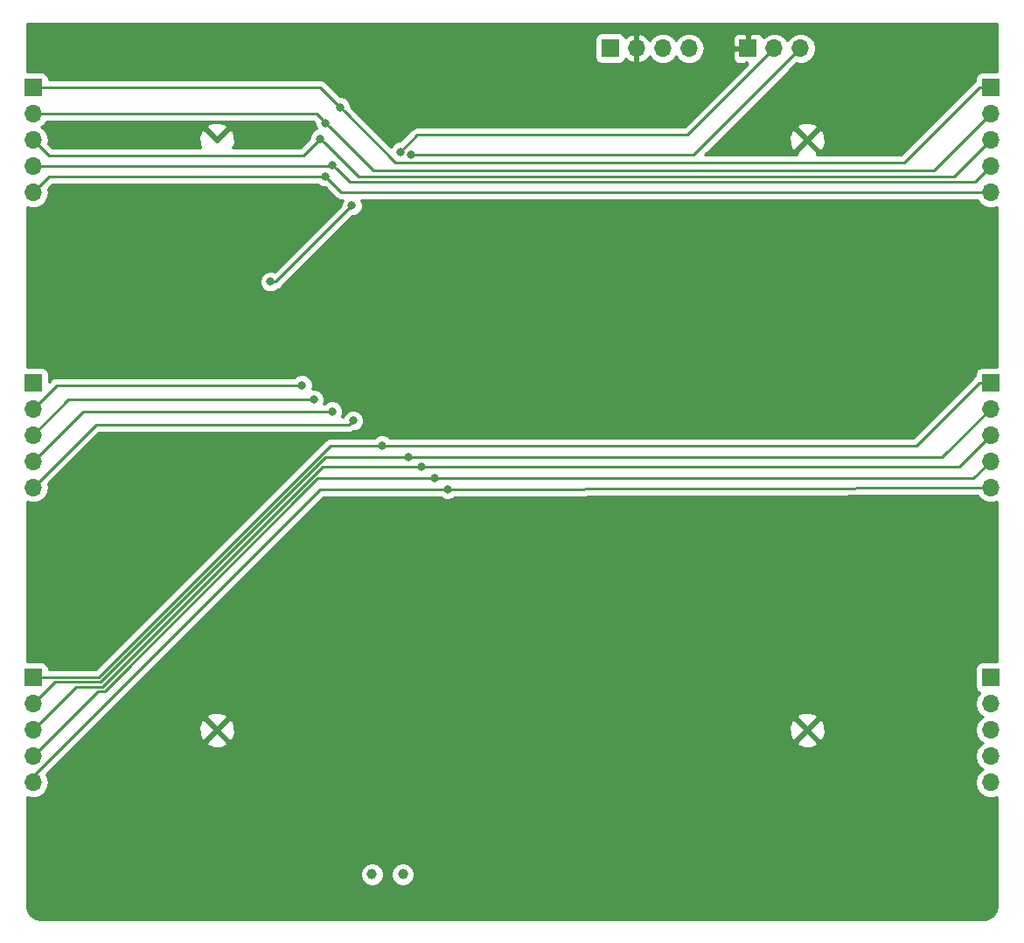
<source format=gbr>
G04 #@! TF.GenerationSoftware,KiCad,Pcbnew,(5.0.0)*
G04 #@! TF.CreationDate,2018-10-27T22:57:51-06:00*
G04 #@! TF.ProjectId,5x5_backpack,3578355F6261636B7061636B2E6B6963,rev?*
G04 #@! TF.SameCoordinates,Original*
G04 #@! TF.FileFunction,Copper,L2,Bot,Signal*
G04 #@! TF.FilePolarity,Positive*
%FSLAX46Y46*%
G04 Gerber Fmt 4.6, Leading zero omitted, Abs format (unit mm)*
G04 Created by KiCad (PCBNEW (5.0.0)) date 10/27/18 22:57:51*
%MOMM*%
%LPD*%
G01*
G04 APERTURE LIST*
G04 #@! TA.AperFunction,ComponentPad*
%ADD10R,1.700000X1.700000*%
G04 #@! TD*
G04 #@! TA.AperFunction,ComponentPad*
%ADD11O,1.700000X1.700000*%
G04 #@! TD*
G04 #@! TA.AperFunction,WasherPad*
%ADD12C,1.000000*%
G04 #@! TD*
G04 #@! TA.AperFunction,ViaPad*
%ADD13C,0.800000*%
G04 #@! TD*
G04 #@! TA.AperFunction,Conductor*
%ADD14C,0.250000*%
G04 #@! TD*
G04 #@! TA.AperFunction,Conductor*
%ADD15C,0.254000*%
G04 #@! TD*
G04 APERTURE END LIST*
D10*
G04 #@! TO.P,J6,1*
G04 #@! TO.N,COL6*
X170180000Y-99695000D03*
D11*
G04 #@! TO.P,J6,2*
G04 #@! TO.N,COL7*
X170180000Y-102235000D03*
G04 #@! TO.P,J6,3*
G04 #@! TO.N,COL8*
X170180000Y-104775000D03*
G04 #@! TO.P,J6,4*
G04 #@! TO.N,COL9*
X170180000Y-107315000D03*
G04 #@! TO.P,J6,5*
G04 #@! TO.N,COL10*
X170180000Y-109855000D03*
G04 #@! TD*
D10*
G04 #@! TO.P,J9,1*
G04 #@! TO.N,VCC*
X133350000Y-67310000D03*
D11*
G04 #@! TO.P,J9,2*
G04 #@! TO.N,GND*
X135890000Y-67310000D03*
G04 #@! TO.P,J9,3*
G04 #@! TO.N,SWDCLK*
X138430000Y-67310000D03*
G04 #@! TO.P,J9,4*
G04 #@! TO.N,SWDIO*
X140970000Y-67310000D03*
G04 #@! TD*
D10*
G04 #@! TO.P,J10,1*
G04 #@! TO.N,GND*
X146685000Y-67310000D03*
D11*
G04 #@! TO.P,J10,2*
G04 #@! TO.N,TXD*
X149225000Y-67310000D03*
G04 #@! TO.P,J10,3*
G04 #@! TO.N,RXD*
X151765000Y-67310000D03*
G04 #@! TD*
D12*
G04 #@! TO.P,SW1,*
G04 #@! TO.N,*
X110260000Y-147320000D03*
X113260000Y-147320000D03*
G04 #@! TD*
D11*
G04 #@! TO.P,J1,5*
G04 #@! TO.N,ROW5*
X77470000Y-81280000D03*
G04 #@! TO.P,J1,4*
G04 #@! TO.N,ROW4*
X77470000Y-78740000D03*
G04 #@! TO.P,J1,3*
G04 #@! TO.N,ROW3*
X77470000Y-76200000D03*
G04 #@! TO.P,J1,2*
G04 #@! TO.N,ROW2*
X77470000Y-73660000D03*
D10*
G04 #@! TO.P,J1,1*
G04 #@! TO.N,ROW1*
X77470000Y-71120000D03*
G04 #@! TD*
G04 #@! TO.P,J2,1*
G04 #@! TO.N,COL1*
X77470000Y-99695000D03*
D11*
G04 #@! TO.P,J2,2*
G04 #@! TO.N,COL2*
X77470000Y-102235000D03*
G04 #@! TO.P,J2,3*
G04 #@! TO.N,COL3*
X77470000Y-104775000D03*
G04 #@! TO.P,J2,4*
G04 #@! TO.N,COL4*
X77470000Y-107315000D03*
G04 #@! TO.P,J2,5*
G04 #@! TO.N,COL5*
X77470000Y-109855000D03*
G04 #@! TD*
D10*
G04 #@! TO.P,J3,1*
G04 #@! TO.N,COL6*
X77470000Y-128270000D03*
D11*
G04 #@! TO.P,J3,2*
G04 #@! TO.N,COL7*
X77470000Y-130810000D03*
G04 #@! TO.P,J3,3*
G04 #@! TO.N,COL8*
X77470000Y-133350000D03*
G04 #@! TO.P,J3,4*
G04 #@! TO.N,COL9*
X77470000Y-135890000D03*
G04 #@! TO.P,J3,5*
G04 #@! TO.N,COL10*
X77470000Y-138430000D03*
G04 #@! TD*
G04 #@! TO.P,J5,5*
G04 #@! TO.N,ROW5*
X170180000Y-81280000D03*
G04 #@! TO.P,J5,4*
G04 #@! TO.N,ROW4*
X170180000Y-78740000D03*
G04 #@! TO.P,J5,3*
G04 #@! TO.N,ROW3*
X170180000Y-76200000D03*
G04 #@! TO.P,J5,2*
G04 #@! TO.N,ROW2*
X170180000Y-73660000D03*
D10*
G04 #@! TO.P,J5,1*
G04 #@! TO.N,ROW1*
X170180000Y-71120000D03*
G04 #@! TD*
D11*
G04 #@! TO.P,J7,5*
G04 #@! TO.N,COL15*
X170180000Y-138430000D03*
G04 #@! TO.P,J7,4*
G04 #@! TO.N,COL14*
X170180000Y-135890000D03*
G04 #@! TO.P,J7,3*
G04 #@! TO.N,COL13*
X170180000Y-133350000D03*
G04 #@! TO.P,J7,2*
G04 #@! TO.N,COL12*
X170180000Y-130810000D03*
D10*
G04 #@! TO.P,J7,1*
G04 #@! TO.N,COL11*
X170180000Y-128270000D03*
G04 #@! TD*
D13*
G04 #@! TO.N,ROW1*
X107188000Y-73025000D03*
G04 #@! TO.N,ROW2*
X105791000Y-74549000D03*
G04 #@! TO.N,ROW3*
X105283006Y-76073000D03*
G04 #@! TO.N,ROW4*
X106426000Y-78613000D03*
G04 #@! TO.N,COL4*
X106426000Y-102489000D03*
G04 #@! TO.N,COL3*
X104648000Y-101346000D03*
G04 #@! TO.N,COL2*
X103505000Y-99949000D03*
G04 #@! TO.N,COL5*
X108458000Y-103378000D03*
G04 #@! TO.N,COL6*
X111252000Y-105791000D03*
G04 #@! TO.N,COL7*
X113792000Y-106934000D03*
G04 #@! TO.N,COL8*
X115062000Y-107823000D03*
G04 #@! TO.N,COL10*
X117602000Y-110025033D03*
G04 #@! TO.N,COL9*
X116332000Y-108966000D03*
G04 #@! TO.N,GND*
X83820000Y-85090000D03*
X92710000Y-95250000D03*
X127000000Y-71120000D03*
X115570000Y-73660000D03*
X115570000Y-83820000D03*
X105410000Y-82550000D03*
X100330000Y-107950000D03*
X100330000Y-93980000D03*
X100330000Y-120650000D03*
X107950000Y-85090000D03*
X111252000Y-82677000D03*
G04 #@! TO.N,RESET*
X108331000Y-82550000D03*
X100457000Y-89916000D03*
G04 #@! TO.N,TXD*
X113030000Y-77343000D03*
G04 #@! TO.N,RXD*
X114046000Y-77633990D03*
G04 #@! TO.N,ROW5*
X105790994Y-79756000D03*
G04 #@! TD*
D14*
G04 #@! TO.N,ROW1*
X170180000Y-71120000D02*
X169080000Y-71120000D01*
X169080000Y-71120000D02*
X161822001Y-78377999D01*
X105283000Y-71120000D02*
X106788001Y-72625001D01*
X106788001Y-72625001D02*
X107188000Y-73025000D01*
X77470000Y-71120000D02*
X105283000Y-71120000D01*
X107587999Y-73424999D02*
X107188000Y-73025000D01*
X112540999Y-78377999D02*
X107587999Y-73424999D01*
X161822001Y-78377999D02*
X112540999Y-78377999D01*
G04 #@! TO.N,ROW2*
X110381999Y-79139999D02*
X106190999Y-74948999D01*
X170180000Y-73660000D02*
X164700001Y-79139999D01*
X104902000Y-73660000D02*
X105391001Y-74149001D01*
X105391001Y-74149001D02*
X105791000Y-74549000D01*
X106190999Y-74948999D02*
X105791000Y-74549000D01*
X164700001Y-79139999D02*
X110381999Y-79139999D01*
X77470000Y-73660000D02*
X104902000Y-73660000D01*
G04 #@! TO.N,ROW3*
X77470000Y-76200000D02*
X79012999Y-77742999D01*
X79012999Y-77742999D02*
X103613007Y-77742999D01*
X103613007Y-77742999D02*
X104883007Y-76472999D01*
X170180000Y-76200000D02*
X166605001Y-79774999D01*
X105683005Y-76472999D02*
X105283006Y-76073000D01*
X108985005Y-79774999D02*
X105683005Y-76472999D01*
X166605001Y-79774999D02*
X108985005Y-79774999D01*
X104883007Y-76472999D02*
X105283006Y-76073000D01*
G04 #@! TO.N,ROW4*
X108095999Y-80282999D02*
X106825999Y-79012999D01*
X106825999Y-79012999D02*
X106426000Y-78613000D01*
X170180000Y-78740000D02*
X168637001Y-80282999D01*
X168637001Y-80282999D02*
X108095999Y-80282999D01*
X106299000Y-78740000D02*
X106426000Y-78613000D01*
X77470000Y-78740000D02*
X106299000Y-78740000D01*
G04 #@! TO.N,COL4*
X77470000Y-107315000D02*
X82296000Y-102489000D01*
X82296000Y-102489000D02*
X106426000Y-102489000D01*
G04 #@! TO.N,COL3*
X80899000Y-101346000D02*
X77470000Y-104775000D01*
X104648000Y-101346000D02*
X80899000Y-101346000D01*
G04 #@! TO.N,COL2*
X77470000Y-102235000D02*
X79756000Y-99949000D01*
X79756000Y-99949000D02*
X103505000Y-99949000D01*
G04 #@! TO.N,COL5*
X78319999Y-109005001D02*
X77470000Y-109855000D01*
X83547001Y-103777999D02*
X78319999Y-109005001D01*
X108058001Y-103777999D02*
X83547001Y-103777999D01*
X108458000Y-103378000D02*
X108058001Y-103777999D01*
G04 #@! TO.N,COL6*
X169080000Y-99695000D02*
X170180000Y-99695000D01*
X162984000Y-105791000D02*
X169080000Y-99695000D01*
X77470000Y-128270000D02*
X83820000Y-128270000D01*
X83820000Y-128270000D02*
X106299000Y-105791000D01*
X106299000Y-105791000D02*
X111252000Y-105791000D01*
X111252000Y-105791000D02*
X162984000Y-105791000D01*
G04 #@! TO.N,COL7*
X78319999Y-129960001D02*
X77470000Y-130810000D01*
X79559989Y-128720011D02*
X78319999Y-129960001D01*
X84006400Y-128720011D02*
X79559989Y-128720011D01*
X105792411Y-106934000D02*
X84006400Y-128720011D01*
X170180000Y-102235000D02*
X165481000Y-106934000D01*
X165481000Y-106934000D02*
X113792000Y-106934000D01*
X113792000Y-106934000D02*
X105792411Y-106934000D01*
G04 #@! TO.N,COL8*
X169330001Y-105624999D02*
X170180000Y-104775000D01*
X167132000Y-107823000D02*
X169330001Y-105624999D01*
X84192800Y-129170022D02*
X105539822Y-107823000D01*
X77470000Y-133350000D02*
X81649978Y-129170022D01*
X81649978Y-129170022D02*
X84192800Y-129170022D01*
X105539822Y-107823000D02*
X115062000Y-107823000D01*
X115062000Y-107823000D02*
X167132000Y-107823000D01*
G04 #@! TO.N,COL10*
X117602000Y-110025033D02*
X170180000Y-109855000D01*
X105239967Y-110025033D02*
X117602000Y-110025033D01*
X77470000Y-138430000D02*
X77470000Y-137795000D01*
X77470000Y-137795000D02*
X105239967Y-110025033D01*
G04 #@! TO.N,COL9*
X78319999Y-135040001D02*
X77470000Y-135890000D01*
X83739967Y-129620033D02*
X78319999Y-135040001D01*
X84379200Y-129620033D02*
X83739967Y-129620033D01*
X105033233Y-108966000D02*
X84379200Y-129620033D01*
X170180000Y-107315000D02*
X168529000Y-108966000D01*
X168529000Y-108966000D02*
X116332000Y-108966000D01*
X116332000Y-108966000D02*
X105033233Y-108966000D01*
G04 #@! TO.N,GND*
X147701000Y-133477000D02*
X109601000Y-133477000D01*
G04 #@! TO.N,RESET*
X108331000Y-82550000D02*
X100965000Y-89916000D01*
X100965000Y-89916000D02*
X100457000Y-89916000D01*
G04 #@! TO.N,TXD*
X114681000Y-75692000D02*
X113030000Y-77343000D01*
X149225000Y-67310000D02*
X140843000Y-75692000D01*
X140843000Y-75692000D02*
X114681000Y-75692000D01*
G04 #@! TO.N,RXD*
X141441010Y-77633990D02*
X114611685Y-77633990D01*
X114611685Y-77633990D02*
X114046000Y-77633990D01*
X151765000Y-67310000D02*
X141441010Y-77633990D01*
G04 #@! TO.N,ROW5*
X107314994Y-81280000D02*
X106190993Y-80155999D01*
X105225309Y-79756000D02*
X105790994Y-79756000D01*
X77470000Y-81280000D02*
X78994000Y-79756000D01*
X170180000Y-81280000D02*
X107314994Y-81280000D01*
X106190993Y-80155999D02*
X105790994Y-79756000D01*
X78994000Y-79756000D02*
X105225309Y-79756000D01*
G04 #@! TD*
D15*
G04 #@! TO.N,GND*
G36*
X169109375Y-110925625D02*
X169600582Y-111253839D01*
X170033744Y-111340000D01*
X170326256Y-111340000D01*
X170740000Y-111257701D01*
X170740000Y-126772560D01*
X169330000Y-126772560D01*
X169082235Y-126821843D01*
X168872191Y-126962191D01*
X168731843Y-127172235D01*
X168682560Y-127420000D01*
X168682560Y-129120000D01*
X168731843Y-129367765D01*
X168872191Y-129577809D01*
X169082235Y-129718157D01*
X169127619Y-129727184D01*
X169109375Y-129739375D01*
X168781161Y-130230582D01*
X168665908Y-130810000D01*
X168781161Y-131389418D01*
X169109375Y-131880625D01*
X169407761Y-132080000D01*
X169109375Y-132279375D01*
X168781161Y-132770582D01*
X168665908Y-133350000D01*
X168781161Y-133929418D01*
X169109375Y-134420625D01*
X169407761Y-134620000D01*
X169109375Y-134819375D01*
X168781161Y-135310582D01*
X168665908Y-135890000D01*
X168781161Y-136469418D01*
X169109375Y-136960625D01*
X169407761Y-137160000D01*
X169109375Y-137359375D01*
X168781161Y-137850582D01*
X168665908Y-138430000D01*
X168781161Y-139009418D01*
X169109375Y-139500625D01*
X169600582Y-139828839D01*
X170033744Y-139915000D01*
X170326256Y-139915000D01*
X170740000Y-139832701D01*
X170740000Y-150444420D01*
X170685015Y-150828364D01*
X170545628Y-151134928D01*
X170325804Y-151390047D01*
X170043207Y-151573218D01*
X169697043Y-151676743D01*
X169518649Y-151690000D01*
X78155580Y-151690000D01*
X77771636Y-151635015D01*
X77465072Y-151495628D01*
X77209953Y-151275804D01*
X77026782Y-150993207D01*
X76923257Y-150647043D01*
X76910000Y-150468649D01*
X76910000Y-147094234D01*
X109125000Y-147094234D01*
X109125000Y-147545766D01*
X109297793Y-147962926D01*
X109617074Y-148282207D01*
X110034234Y-148455000D01*
X110485766Y-148455000D01*
X110902926Y-148282207D01*
X111222207Y-147962926D01*
X111395000Y-147545766D01*
X111395000Y-147094234D01*
X112125000Y-147094234D01*
X112125000Y-147545766D01*
X112297793Y-147962926D01*
X112617074Y-148282207D01*
X113034234Y-148455000D01*
X113485766Y-148455000D01*
X113902926Y-148282207D01*
X114222207Y-147962926D01*
X114395000Y-147545766D01*
X114395000Y-147094234D01*
X114222207Y-146677074D01*
X113902926Y-146357793D01*
X113485766Y-146185000D01*
X113034234Y-146185000D01*
X112617074Y-146357793D01*
X112297793Y-146677074D01*
X112125000Y-147094234D01*
X111395000Y-147094234D01*
X111222207Y-146677074D01*
X110902926Y-146357793D01*
X110485766Y-146185000D01*
X110034234Y-146185000D01*
X109617074Y-146357793D01*
X109297793Y-146677074D01*
X109125000Y-147094234D01*
X76910000Y-147094234D01*
X76910000Y-139832701D01*
X77323744Y-139915000D01*
X77616256Y-139915000D01*
X78049418Y-139828839D01*
X78540625Y-139500625D01*
X78868839Y-139009418D01*
X78984092Y-138430000D01*
X78868839Y-137850582D01*
X78716785Y-137623016D01*
X81764933Y-134574868D01*
X94204737Y-134574868D01*
X94315641Y-134852099D01*
X94961593Y-135095323D01*
X95651453Y-135072836D01*
X96184359Y-134852099D01*
X96295263Y-134574868D01*
X151354737Y-134574868D01*
X151465641Y-134852099D01*
X152111593Y-135095323D01*
X152801453Y-135072836D01*
X153334359Y-134852099D01*
X153445263Y-134574868D01*
X152400000Y-133529605D01*
X151354737Y-134574868D01*
X96295263Y-134574868D01*
X95250000Y-133529605D01*
X94204737Y-134574868D01*
X81764933Y-134574868D01*
X83278208Y-133061593D01*
X93504677Y-133061593D01*
X93527164Y-133751453D01*
X93747901Y-134284359D01*
X94025132Y-134395263D01*
X95070395Y-133350000D01*
X95429605Y-133350000D01*
X96474868Y-134395263D01*
X96752099Y-134284359D01*
X96995323Y-133638407D01*
X96976521Y-133061593D01*
X150654677Y-133061593D01*
X150677164Y-133751453D01*
X150897901Y-134284359D01*
X151175132Y-134395263D01*
X152220395Y-133350000D01*
X152579605Y-133350000D01*
X153624868Y-134395263D01*
X153902099Y-134284359D01*
X154145323Y-133638407D01*
X154122836Y-132948547D01*
X153902099Y-132415641D01*
X153624868Y-132304737D01*
X152579605Y-133350000D01*
X152220395Y-133350000D01*
X151175132Y-132304737D01*
X150897901Y-132415641D01*
X150654677Y-133061593D01*
X96976521Y-133061593D01*
X96972836Y-132948547D01*
X96752099Y-132415641D01*
X96474868Y-132304737D01*
X95429605Y-133350000D01*
X95070395Y-133350000D01*
X94025132Y-132304737D01*
X93747901Y-132415641D01*
X93504677Y-133061593D01*
X83278208Y-133061593D01*
X84214669Y-132125132D01*
X94204737Y-132125132D01*
X95250000Y-133170395D01*
X96295263Y-132125132D01*
X151354737Y-132125132D01*
X152400000Y-133170395D01*
X153445263Y-132125132D01*
X153334359Y-131847901D01*
X152688407Y-131604677D01*
X151998547Y-131627164D01*
X151465641Y-131847901D01*
X151354737Y-132125132D01*
X96295263Y-132125132D01*
X96184359Y-131847901D01*
X95538407Y-131604677D01*
X94848547Y-131627164D01*
X94315641Y-131847901D01*
X94204737Y-132125132D01*
X84214669Y-132125132D01*
X105554769Y-110785033D01*
X116898289Y-110785033D01*
X117015720Y-110902464D01*
X117396126Y-111060033D01*
X117807874Y-111060033D01*
X118188280Y-110902464D01*
X118307990Y-110782754D01*
X168904580Y-110619128D01*
X169109375Y-110925625D01*
X169109375Y-110925625D01*
G37*
X169109375Y-110925625D02*
X169600582Y-111253839D01*
X170033744Y-111340000D01*
X170326256Y-111340000D01*
X170740000Y-111257701D01*
X170740000Y-126772560D01*
X169330000Y-126772560D01*
X169082235Y-126821843D01*
X168872191Y-126962191D01*
X168731843Y-127172235D01*
X168682560Y-127420000D01*
X168682560Y-129120000D01*
X168731843Y-129367765D01*
X168872191Y-129577809D01*
X169082235Y-129718157D01*
X169127619Y-129727184D01*
X169109375Y-129739375D01*
X168781161Y-130230582D01*
X168665908Y-130810000D01*
X168781161Y-131389418D01*
X169109375Y-131880625D01*
X169407761Y-132080000D01*
X169109375Y-132279375D01*
X168781161Y-132770582D01*
X168665908Y-133350000D01*
X168781161Y-133929418D01*
X169109375Y-134420625D01*
X169407761Y-134620000D01*
X169109375Y-134819375D01*
X168781161Y-135310582D01*
X168665908Y-135890000D01*
X168781161Y-136469418D01*
X169109375Y-136960625D01*
X169407761Y-137160000D01*
X169109375Y-137359375D01*
X168781161Y-137850582D01*
X168665908Y-138430000D01*
X168781161Y-139009418D01*
X169109375Y-139500625D01*
X169600582Y-139828839D01*
X170033744Y-139915000D01*
X170326256Y-139915000D01*
X170740000Y-139832701D01*
X170740000Y-150444420D01*
X170685015Y-150828364D01*
X170545628Y-151134928D01*
X170325804Y-151390047D01*
X170043207Y-151573218D01*
X169697043Y-151676743D01*
X169518649Y-151690000D01*
X78155580Y-151690000D01*
X77771636Y-151635015D01*
X77465072Y-151495628D01*
X77209953Y-151275804D01*
X77026782Y-150993207D01*
X76923257Y-150647043D01*
X76910000Y-150468649D01*
X76910000Y-147094234D01*
X109125000Y-147094234D01*
X109125000Y-147545766D01*
X109297793Y-147962926D01*
X109617074Y-148282207D01*
X110034234Y-148455000D01*
X110485766Y-148455000D01*
X110902926Y-148282207D01*
X111222207Y-147962926D01*
X111395000Y-147545766D01*
X111395000Y-147094234D01*
X112125000Y-147094234D01*
X112125000Y-147545766D01*
X112297793Y-147962926D01*
X112617074Y-148282207D01*
X113034234Y-148455000D01*
X113485766Y-148455000D01*
X113902926Y-148282207D01*
X114222207Y-147962926D01*
X114395000Y-147545766D01*
X114395000Y-147094234D01*
X114222207Y-146677074D01*
X113902926Y-146357793D01*
X113485766Y-146185000D01*
X113034234Y-146185000D01*
X112617074Y-146357793D01*
X112297793Y-146677074D01*
X112125000Y-147094234D01*
X111395000Y-147094234D01*
X111222207Y-146677074D01*
X110902926Y-146357793D01*
X110485766Y-146185000D01*
X110034234Y-146185000D01*
X109617074Y-146357793D01*
X109297793Y-146677074D01*
X109125000Y-147094234D01*
X76910000Y-147094234D01*
X76910000Y-139832701D01*
X77323744Y-139915000D01*
X77616256Y-139915000D01*
X78049418Y-139828839D01*
X78540625Y-139500625D01*
X78868839Y-139009418D01*
X78984092Y-138430000D01*
X78868839Y-137850582D01*
X78716785Y-137623016D01*
X81764933Y-134574868D01*
X94204737Y-134574868D01*
X94315641Y-134852099D01*
X94961593Y-135095323D01*
X95651453Y-135072836D01*
X96184359Y-134852099D01*
X96295263Y-134574868D01*
X151354737Y-134574868D01*
X151465641Y-134852099D01*
X152111593Y-135095323D01*
X152801453Y-135072836D01*
X153334359Y-134852099D01*
X153445263Y-134574868D01*
X152400000Y-133529605D01*
X151354737Y-134574868D01*
X96295263Y-134574868D01*
X95250000Y-133529605D01*
X94204737Y-134574868D01*
X81764933Y-134574868D01*
X83278208Y-133061593D01*
X93504677Y-133061593D01*
X93527164Y-133751453D01*
X93747901Y-134284359D01*
X94025132Y-134395263D01*
X95070395Y-133350000D01*
X95429605Y-133350000D01*
X96474868Y-134395263D01*
X96752099Y-134284359D01*
X96995323Y-133638407D01*
X96976521Y-133061593D01*
X150654677Y-133061593D01*
X150677164Y-133751453D01*
X150897901Y-134284359D01*
X151175132Y-134395263D01*
X152220395Y-133350000D01*
X152579605Y-133350000D01*
X153624868Y-134395263D01*
X153902099Y-134284359D01*
X154145323Y-133638407D01*
X154122836Y-132948547D01*
X153902099Y-132415641D01*
X153624868Y-132304737D01*
X152579605Y-133350000D01*
X152220395Y-133350000D01*
X151175132Y-132304737D01*
X150897901Y-132415641D01*
X150654677Y-133061593D01*
X96976521Y-133061593D01*
X96972836Y-132948547D01*
X96752099Y-132415641D01*
X96474868Y-132304737D01*
X95429605Y-133350000D01*
X95070395Y-133350000D01*
X94025132Y-132304737D01*
X93747901Y-132415641D01*
X93504677Y-133061593D01*
X83278208Y-133061593D01*
X84214669Y-132125132D01*
X94204737Y-132125132D01*
X95250000Y-133170395D01*
X96295263Y-132125132D01*
X151354737Y-132125132D01*
X152400000Y-133170395D01*
X153445263Y-132125132D01*
X153334359Y-131847901D01*
X152688407Y-131604677D01*
X151998547Y-131627164D01*
X151465641Y-131847901D01*
X151354737Y-132125132D01*
X96295263Y-132125132D01*
X96184359Y-131847901D01*
X95538407Y-131604677D01*
X94848547Y-131627164D01*
X94315641Y-131847901D01*
X94204737Y-132125132D01*
X84214669Y-132125132D01*
X105554769Y-110785033D01*
X116898289Y-110785033D01*
X117015720Y-110902464D01*
X117396126Y-111060033D01*
X117807874Y-111060033D01*
X118188280Y-110902464D01*
X118307990Y-110782754D01*
X168904580Y-110619128D01*
X169109375Y-110925625D01*
G36*
X105204714Y-80633431D02*
X105585120Y-80791000D01*
X105751193Y-80791000D01*
X106724667Y-81764475D01*
X106767065Y-81827929D01*
X106830518Y-81870327D01*
X106830520Y-81870329D01*
X106955896Y-81954102D01*
X107018457Y-81995904D01*
X107240142Y-82040000D01*
X107240146Y-82040000D01*
X107314993Y-82054888D01*
X107389840Y-82040000D01*
X107421973Y-82040000D01*
X107296000Y-82344126D01*
X107296000Y-82510198D01*
X100848366Y-88957833D01*
X100662874Y-88881000D01*
X100251126Y-88881000D01*
X99870720Y-89038569D01*
X99579569Y-89329720D01*
X99422000Y-89710126D01*
X99422000Y-90121874D01*
X99579569Y-90502280D01*
X99870720Y-90793431D01*
X100251126Y-90951000D01*
X100662874Y-90951000D01*
X101043280Y-90793431D01*
X101190721Y-90645990D01*
X101261537Y-90631904D01*
X101512929Y-90463929D01*
X101555331Y-90400470D01*
X108370802Y-83585000D01*
X108536874Y-83585000D01*
X108917280Y-83427431D01*
X109208431Y-83136280D01*
X109366000Y-82755874D01*
X109366000Y-82344126D01*
X109240027Y-82040000D01*
X168901822Y-82040000D01*
X169109375Y-82350625D01*
X169600582Y-82678839D01*
X170033744Y-82765000D01*
X170326256Y-82765000D01*
X170740001Y-82682701D01*
X170740001Y-98197560D01*
X169330000Y-98197560D01*
X169082235Y-98246843D01*
X168872191Y-98387191D01*
X168731843Y-98597235D01*
X168682560Y-98845000D01*
X168682560Y-99046517D01*
X168532071Y-99147071D01*
X168489671Y-99210527D01*
X162669199Y-105031000D01*
X111955711Y-105031000D01*
X111838280Y-104913569D01*
X111457874Y-104756000D01*
X111046126Y-104756000D01*
X110665720Y-104913569D01*
X110548289Y-105031000D01*
X106373848Y-105031000D01*
X106299000Y-105016112D01*
X106224152Y-105031000D01*
X106224148Y-105031000D01*
X106050605Y-105065520D01*
X106002462Y-105075096D01*
X105815418Y-105200076D01*
X105751071Y-105243071D01*
X105708671Y-105306527D01*
X83505199Y-127510000D01*
X78967440Y-127510000D01*
X78967440Y-127420000D01*
X78918157Y-127172235D01*
X78777809Y-126962191D01*
X78567765Y-126821843D01*
X78320000Y-126772560D01*
X76910000Y-126772560D01*
X76910000Y-111257701D01*
X77323744Y-111340000D01*
X77616256Y-111340000D01*
X78049418Y-111253839D01*
X78540625Y-110925625D01*
X78868839Y-110434418D01*
X78984092Y-109855000D01*
X78911209Y-109488592D01*
X83861803Y-104537999D01*
X107983154Y-104537999D01*
X108058001Y-104552887D01*
X108132848Y-104537999D01*
X108132853Y-104537999D01*
X108354538Y-104493903D01*
X108475618Y-104413000D01*
X108663874Y-104413000D01*
X109044280Y-104255431D01*
X109335431Y-103964280D01*
X109493000Y-103583874D01*
X109493000Y-103172126D01*
X109335431Y-102791720D01*
X109044280Y-102500569D01*
X108663874Y-102343000D01*
X108252126Y-102343000D01*
X107871720Y-102500569D01*
X107580569Y-102791720D01*
X107486841Y-103017999D01*
X107327158Y-103017999D01*
X107461000Y-102694874D01*
X107461000Y-102283126D01*
X107303431Y-101902720D01*
X107012280Y-101611569D01*
X106631874Y-101454000D01*
X106220126Y-101454000D01*
X105839720Y-101611569D01*
X105722289Y-101729000D01*
X105609632Y-101729000D01*
X105683000Y-101551874D01*
X105683000Y-101140126D01*
X105525431Y-100759720D01*
X105234280Y-100468569D01*
X104853874Y-100311000D01*
X104475331Y-100311000D01*
X104540000Y-100154874D01*
X104540000Y-99743126D01*
X104382431Y-99362720D01*
X104091280Y-99071569D01*
X103710874Y-98914000D01*
X103299126Y-98914000D01*
X102918720Y-99071569D01*
X102801289Y-99189000D01*
X79830846Y-99189000D01*
X79755999Y-99174112D01*
X79681152Y-99189000D01*
X79681148Y-99189000D01*
X79459463Y-99233096D01*
X79208071Y-99401071D01*
X79165671Y-99464527D01*
X78967440Y-99662758D01*
X78967440Y-98845000D01*
X78918157Y-98597235D01*
X78777809Y-98387191D01*
X78567765Y-98246843D01*
X78320000Y-98197560D01*
X76910000Y-98197560D01*
X76910000Y-82682701D01*
X77323744Y-82765000D01*
X77616256Y-82765000D01*
X78049418Y-82678839D01*
X78540625Y-82350625D01*
X78868839Y-81859418D01*
X78984092Y-81280000D01*
X78911209Y-80913593D01*
X79308803Y-80516000D01*
X105087283Y-80516000D01*
X105204714Y-80633431D01*
X105204714Y-80633431D01*
G37*
X105204714Y-80633431D02*
X105585120Y-80791000D01*
X105751193Y-80791000D01*
X106724667Y-81764475D01*
X106767065Y-81827929D01*
X106830518Y-81870327D01*
X106830520Y-81870329D01*
X106955896Y-81954102D01*
X107018457Y-81995904D01*
X107240142Y-82040000D01*
X107240146Y-82040000D01*
X107314993Y-82054888D01*
X107389840Y-82040000D01*
X107421973Y-82040000D01*
X107296000Y-82344126D01*
X107296000Y-82510198D01*
X100848366Y-88957833D01*
X100662874Y-88881000D01*
X100251126Y-88881000D01*
X99870720Y-89038569D01*
X99579569Y-89329720D01*
X99422000Y-89710126D01*
X99422000Y-90121874D01*
X99579569Y-90502280D01*
X99870720Y-90793431D01*
X100251126Y-90951000D01*
X100662874Y-90951000D01*
X101043280Y-90793431D01*
X101190721Y-90645990D01*
X101261537Y-90631904D01*
X101512929Y-90463929D01*
X101555331Y-90400470D01*
X108370802Y-83585000D01*
X108536874Y-83585000D01*
X108917280Y-83427431D01*
X109208431Y-83136280D01*
X109366000Y-82755874D01*
X109366000Y-82344126D01*
X109240027Y-82040000D01*
X168901822Y-82040000D01*
X169109375Y-82350625D01*
X169600582Y-82678839D01*
X170033744Y-82765000D01*
X170326256Y-82765000D01*
X170740001Y-82682701D01*
X170740001Y-98197560D01*
X169330000Y-98197560D01*
X169082235Y-98246843D01*
X168872191Y-98387191D01*
X168731843Y-98597235D01*
X168682560Y-98845000D01*
X168682560Y-99046517D01*
X168532071Y-99147071D01*
X168489671Y-99210527D01*
X162669199Y-105031000D01*
X111955711Y-105031000D01*
X111838280Y-104913569D01*
X111457874Y-104756000D01*
X111046126Y-104756000D01*
X110665720Y-104913569D01*
X110548289Y-105031000D01*
X106373848Y-105031000D01*
X106299000Y-105016112D01*
X106224152Y-105031000D01*
X106224148Y-105031000D01*
X106050605Y-105065520D01*
X106002462Y-105075096D01*
X105815418Y-105200076D01*
X105751071Y-105243071D01*
X105708671Y-105306527D01*
X83505199Y-127510000D01*
X78967440Y-127510000D01*
X78967440Y-127420000D01*
X78918157Y-127172235D01*
X78777809Y-126962191D01*
X78567765Y-126821843D01*
X78320000Y-126772560D01*
X76910000Y-126772560D01*
X76910000Y-111257701D01*
X77323744Y-111340000D01*
X77616256Y-111340000D01*
X78049418Y-111253839D01*
X78540625Y-110925625D01*
X78868839Y-110434418D01*
X78984092Y-109855000D01*
X78911209Y-109488592D01*
X83861803Y-104537999D01*
X107983154Y-104537999D01*
X108058001Y-104552887D01*
X108132848Y-104537999D01*
X108132853Y-104537999D01*
X108354538Y-104493903D01*
X108475618Y-104413000D01*
X108663874Y-104413000D01*
X109044280Y-104255431D01*
X109335431Y-103964280D01*
X109493000Y-103583874D01*
X109493000Y-103172126D01*
X109335431Y-102791720D01*
X109044280Y-102500569D01*
X108663874Y-102343000D01*
X108252126Y-102343000D01*
X107871720Y-102500569D01*
X107580569Y-102791720D01*
X107486841Y-103017999D01*
X107327158Y-103017999D01*
X107461000Y-102694874D01*
X107461000Y-102283126D01*
X107303431Y-101902720D01*
X107012280Y-101611569D01*
X106631874Y-101454000D01*
X106220126Y-101454000D01*
X105839720Y-101611569D01*
X105722289Y-101729000D01*
X105609632Y-101729000D01*
X105683000Y-101551874D01*
X105683000Y-101140126D01*
X105525431Y-100759720D01*
X105234280Y-100468569D01*
X104853874Y-100311000D01*
X104475331Y-100311000D01*
X104540000Y-100154874D01*
X104540000Y-99743126D01*
X104382431Y-99362720D01*
X104091280Y-99071569D01*
X103710874Y-98914000D01*
X103299126Y-98914000D01*
X102918720Y-99071569D01*
X102801289Y-99189000D01*
X79830846Y-99189000D01*
X79755999Y-99174112D01*
X79681152Y-99189000D01*
X79681148Y-99189000D01*
X79459463Y-99233096D01*
X79208071Y-99401071D01*
X79165671Y-99464527D01*
X78967440Y-99662758D01*
X78967440Y-98845000D01*
X78918157Y-98597235D01*
X78777809Y-98387191D01*
X78567765Y-98246843D01*
X78320000Y-98197560D01*
X76910000Y-98197560D01*
X76910000Y-82682701D01*
X77323744Y-82765000D01*
X77616256Y-82765000D01*
X78049418Y-82678839D01*
X78540625Y-82350625D01*
X78868839Y-81859418D01*
X78984092Y-81280000D01*
X78911209Y-80913593D01*
X79308803Y-80516000D01*
X105087283Y-80516000D01*
X105204714Y-80633431D01*
G36*
X170740001Y-69622560D02*
X169330000Y-69622560D01*
X169082235Y-69671843D01*
X168872191Y-69812191D01*
X168731843Y-70022235D01*
X168682560Y-70270000D01*
X168682560Y-70471517D01*
X168532071Y-70572071D01*
X168489671Y-70635527D01*
X161507200Y-77617999D01*
X153368003Y-77617999D01*
X153445263Y-77424868D01*
X152400000Y-76379605D01*
X151354737Y-77424868D01*
X151431997Y-77617999D01*
X142531802Y-77617999D01*
X144238208Y-75911593D01*
X150654677Y-75911593D01*
X150677164Y-76601453D01*
X150897901Y-77134359D01*
X151175132Y-77245263D01*
X152220395Y-76200000D01*
X152579605Y-76200000D01*
X153624868Y-77245263D01*
X153902099Y-77134359D01*
X154145323Y-76488407D01*
X154122836Y-75798547D01*
X153902099Y-75265641D01*
X153624868Y-75154737D01*
X152579605Y-76200000D01*
X152220395Y-76200000D01*
X151175132Y-75154737D01*
X150897901Y-75265641D01*
X150654677Y-75911593D01*
X144238208Y-75911593D01*
X145174669Y-74975132D01*
X151354737Y-74975132D01*
X152400000Y-76020395D01*
X153445263Y-74975132D01*
X153334359Y-74697901D01*
X152688407Y-74454677D01*
X151998547Y-74477164D01*
X151465641Y-74697901D01*
X151354737Y-74975132D01*
X145174669Y-74975132D01*
X151398593Y-68751209D01*
X151618744Y-68795000D01*
X151911256Y-68795000D01*
X152344418Y-68708839D01*
X152835625Y-68380625D01*
X153163839Y-67889418D01*
X153279092Y-67310000D01*
X153163839Y-66730582D01*
X152835625Y-66239375D01*
X152344418Y-65911161D01*
X151911256Y-65825000D01*
X151618744Y-65825000D01*
X151185582Y-65911161D01*
X150694375Y-66239375D01*
X150495000Y-66537761D01*
X150295625Y-66239375D01*
X149804418Y-65911161D01*
X149371256Y-65825000D01*
X149078744Y-65825000D01*
X148645582Y-65911161D01*
X148154375Y-66239375D01*
X148139904Y-66261033D01*
X148073327Y-66100302D01*
X147894699Y-65921673D01*
X147661310Y-65825000D01*
X146970750Y-65825000D01*
X146812000Y-65983750D01*
X146812000Y-67183000D01*
X146832000Y-67183000D01*
X146832000Y-67437000D01*
X146812000Y-67437000D01*
X146812000Y-67457000D01*
X146558000Y-67457000D01*
X146558000Y-67437000D01*
X145358750Y-67437000D01*
X145200000Y-67595750D01*
X145200000Y-68286309D01*
X145296673Y-68519698D01*
X145475301Y-68698327D01*
X145708690Y-68795000D01*
X146399250Y-68795000D01*
X146557998Y-68636252D01*
X146557998Y-68795000D01*
X146665198Y-68795000D01*
X140528199Y-74932000D01*
X114755848Y-74932000D01*
X114681000Y-74917112D01*
X114606152Y-74932000D01*
X114606148Y-74932000D01*
X114384463Y-74976096D01*
X114133071Y-75144071D01*
X114090671Y-75207527D01*
X112990199Y-76308000D01*
X112824126Y-76308000D01*
X112443720Y-76465569D01*
X112152569Y-76756720D01*
X112106278Y-76868476D01*
X108223000Y-72985199D01*
X108223000Y-72819126D01*
X108065431Y-72438720D01*
X107774280Y-72147569D01*
X107393874Y-71990000D01*
X107227802Y-71990000D01*
X105873331Y-70635530D01*
X105830929Y-70572071D01*
X105579537Y-70404096D01*
X105357852Y-70360000D01*
X105357847Y-70360000D01*
X105283000Y-70345112D01*
X105208153Y-70360000D01*
X78967440Y-70360000D01*
X78967440Y-70270000D01*
X78918157Y-70022235D01*
X78777809Y-69812191D01*
X78567765Y-69671843D01*
X78320000Y-69622560D01*
X76910000Y-69622560D01*
X76910000Y-66460000D01*
X131852560Y-66460000D01*
X131852560Y-68160000D01*
X131901843Y-68407765D01*
X132042191Y-68617809D01*
X132252235Y-68758157D01*
X132500000Y-68807440D01*
X134200000Y-68807440D01*
X134447765Y-68758157D01*
X134657809Y-68617809D01*
X134798157Y-68407765D01*
X134818739Y-68304292D01*
X135123076Y-68581645D01*
X135533110Y-68751476D01*
X135763000Y-68630155D01*
X135763000Y-67437000D01*
X135743000Y-67437000D01*
X135743000Y-67183000D01*
X135763000Y-67183000D01*
X135763000Y-65989845D01*
X136017000Y-65989845D01*
X136017000Y-67183000D01*
X136037000Y-67183000D01*
X136037000Y-67437000D01*
X136017000Y-67437000D01*
X136017000Y-68630155D01*
X136246890Y-68751476D01*
X136656924Y-68581645D01*
X137085183Y-68191358D01*
X137146157Y-68061522D01*
X137359375Y-68380625D01*
X137850582Y-68708839D01*
X138283744Y-68795000D01*
X138576256Y-68795000D01*
X139009418Y-68708839D01*
X139500625Y-68380625D01*
X139700000Y-68082239D01*
X139899375Y-68380625D01*
X140390582Y-68708839D01*
X140823744Y-68795000D01*
X141116256Y-68795000D01*
X141549418Y-68708839D01*
X142040625Y-68380625D01*
X142368839Y-67889418D01*
X142484092Y-67310000D01*
X142368839Y-66730582D01*
X142103645Y-66333691D01*
X145200000Y-66333691D01*
X145200000Y-67024250D01*
X145358750Y-67183000D01*
X146558000Y-67183000D01*
X146558000Y-65983750D01*
X146399250Y-65825000D01*
X145708690Y-65825000D01*
X145475301Y-65921673D01*
X145296673Y-66100302D01*
X145200000Y-66333691D01*
X142103645Y-66333691D01*
X142040625Y-66239375D01*
X141549418Y-65911161D01*
X141116256Y-65825000D01*
X140823744Y-65825000D01*
X140390582Y-65911161D01*
X139899375Y-66239375D01*
X139700000Y-66537761D01*
X139500625Y-66239375D01*
X139009418Y-65911161D01*
X138576256Y-65825000D01*
X138283744Y-65825000D01*
X137850582Y-65911161D01*
X137359375Y-66239375D01*
X137146157Y-66558478D01*
X137085183Y-66428642D01*
X136656924Y-66038355D01*
X136246890Y-65868524D01*
X136017000Y-65989845D01*
X135763000Y-65989845D01*
X135533110Y-65868524D01*
X135123076Y-66038355D01*
X134818739Y-66315708D01*
X134798157Y-66212235D01*
X134657809Y-66002191D01*
X134447765Y-65861843D01*
X134200000Y-65812560D01*
X132500000Y-65812560D01*
X132252235Y-65861843D01*
X132042191Y-66002191D01*
X131901843Y-66212235D01*
X131852560Y-66460000D01*
X76910000Y-66460000D01*
X76910000Y-64897000D01*
X170740001Y-64897000D01*
X170740001Y-69622560D01*
X170740001Y-69622560D01*
G37*
X170740001Y-69622560D02*
X169330000Y-69622560D01*
X169082235Y-69671843D01*
X168872191Y-69812191D01*
X168731843Y-70022235D01*
X168682560Y-70270000D01*
X168682560Y-70471517D01*
X168532071Y-70572071D01*
X168489671Y-70635527D01*
X161507200Y-77617999D01*
X153368003Y-77617999D01*
X153445263Y-77424868D01*
X152400000Y-76379605D01*
X151354737Y-77424868D01*
X151431997Y-77617999D01*
X142531802Y-77617999D01*
X144238208Y-75911593D01*
X150654677Y-75911593D01*
X150677164Y-76601453D01*
X150897901Y-77134359D01*
X151175132Y-77245263D01*
X152220395Y-76200000D01*
X152579605Y-76200000D01*
X153624868Y-77245263D01*
X153902099Y-77134359D01*
X154145323Y-76488407D01*
X154122836Y-75798547D01*
X153902099Y-75265641D01*
X153624868Y-75154737D01*
X152579605Y-76200000D01*
X152220395Y-76200000D01*
X151175132Y-75154737D01*
X150897901Y-75265641D01*
X150654677Y-75911593D01*
X144238208Y-75911593D01*
X145174669Y-74975132D01*
X151354737Y-74975132D01*
X152400000Y-76020395D01*
X153445263Y-74975132D01*
X153334359Y-74697901D01*
X152688407Y-74454677D01*
X151998547Y-74477164D01*
X151465641Y-74697901D01*
X151354737Y-74975132D01*
X145174669Y-74975132D01*
X151398593Y-68751209D01*
X151618744Y-68795000D01*
X151911256Y-68795000D01*
X152344418Y-68708839D01*
X152835625Y-68380625D01*
X153163839Y-67889418D01*
X153279092Y-67310000D01*
X153163839Y-66730582D01*
X152835625Y-66239375D01*
X152344418Y-65911161D01*
X151911256Y-65825000D01*
X151618744Y-65825000D01*
X151185582Y-65911161D01*
X150694375Y-66239375D01*
X150495000Y-66537761D01*
X150295625Y-66239375D01*
X149804418Y-65911161D01*
X149371256Y-65825000D01*
X149078744Y-65825000D01*
X148645582Y-65911161D01*
X148154375Y-66239375D01*
X148139904Y-66261033D01*
X148073327Y-66100302D01*
X147894699Y-65921673D01*
X147661310Y-65825000D01*
X146970750Y-65825000D01*
X146812000Y-65983750D01*
X146812000Y-67183000D01*
X146832000Y-67183000D01*
X146832000Y-67437000D01*
X146812000Y-67437000D01*
X146812000Y-67457000D01*
X146558000Y-67457000D01*
X146558000Y-67437000D01*
X145358750Y-67437000D01*
X145200000Y-67595750D01*
X145200000Y-68286309D01*
X145296673Y-68519698D01*
X145475301Y-68698327D01*
X145708690Y-68795000D01*
X146399250Y-68795000D01*
X146557998Y-68636252D01*
X146557998Y-68795000D01*
X146665198Y-68795000D01*
X140528199Y-74932000D01*
X114755848Y-74932000D01*
X114681000Y-74917112D01*
X114606152Y-74932000D01*
X114606148Y-74932000D01*
X114384463Y-74976096D01*
X114133071Y-75144071D01*
X114090671Y-75207527D01*
X112990199Y-76308000D01*
X112824126Y-76308000D01*
X112443720Y-76465569D01*
X112152569Y-76756720D01*
X112106278Y-76868476D01*
X108223000Y-72985199D01*
X108223000Y-72819126D01*
X108065431Y-72438720D01*
X107774280Y-72147569D01*
X107393874Y-71990000D01*
X107227802Y-71990000D01*
X105873331Y-70635530D01*
X105830929Y-70572071D01*
X105579537Y-70404096D01*
X105357852Y-70360000D01*
X105357847Y-70360000D01*
X105283000Y-70345112D01*
X105208153Y-70360000D01*
X78967440Y-70360000D01*
X78967440Y-70270000D01*
X78918157Y-70022235D01*
X78777809Y-69812191D01*
X78567765Y-69671843D01*
X78320000Y-69622560D01*
X76910000Y-69622560D01*
X76910000Y-66460000D01*
X131852560Y-66460000D01*
X131852560Y-68160000D01*
X131901843Y-68407765D01*
X132042191Y-68617809D01*
X132252235Y-68758157D01*
X132500000Y-68807440D01*
X134200000Y-68807440D01*
X134447765Y-68758157D01*
X134657809Y-68617809D01*
X134798157Y-68407765D01*
X134818739Y-68304292D01*
X135123076Y-68581645D01*
X135533110Y-68751476D01*
X135763000Y-68630155D01*
X135763000Y-67437000D01*
X135743000Y-67437000D01*
X135743000Y-67183000D01*
X135763000Y-67183000D01*
X135763000Y-65989845D01*
X136017000Y-65989845D01*
X136017000Y-67183000D01*
X136037000Y-67183000D01*
X136037000Y-67437000D01*
X136017000Y-67437000D01*
X136017000Y-68630155D01*
X136246890Y-68751476D01*
X136656924Y-68581645D01*
X137085183Y-68191358D01*
X137146157Y-68061522D01*
X137359375Y-68380625D01*
X137850582Y-68708839D01*
X138283744Y-68795000D01*
X138576256Y-68795000D01*
X139009418Y-68708839D01*
X139500625Y-68380625D01*
X139700000Y-68082239D01*
X139899375Y-68380625D01*
X140390582Y-68708839D01*
X140823744Y-68795000D01*
X141116256Y-68795000D01*
X141549418Y-68708839D01*
X142040625Y-68380625D01*
X142368839Y-67889418D01*
X142484092Y-67310000D01*
X142368839Y-66730582D01*
X142103645Y-66333691D01*
X145200000Y-66333691D01*
X145200000Y-67024250D01*
X145358750Y-67183000D01*
X146558000Y-67183000D01*
X146558000Y-65983750D01*
X146399250Y-65825000D01*
X145708690Y-65825000D01*
X145475301Y-65921673D01*
X145296673Y-66100302D01*
X145200000Y-66333691D01*
X142103645Y-66333691D01*
X142040625Y-66239375D01*
X141549418Y-65911161D01*
X141116256Y-65825000D01*
X140823744Y-65825000D01*
X140390582Y-65911161D01*
X139899375Y-66239375D01*
X139700000Y-66537761D01*
X139500625Y-66239375D01*
X139009418Y-65911161D01*
X138576256Y-65825000D01*
X138283744Y-65825000D01*
X137850582Y-65911161D01*
X137359375Y-66239375D01*
X137146157Y-66558478D01*
X137085183Y-66428642D01*
X136656924Y-66038355D01*
X136246890Y-65868524D01*
X136017000Y-65989845D01*
X135763000Y-65989845D01*
X135533110Y-65868524D01*
X135123076Y-66038355D01*
X134818739Y-66315708D01*
X134798157Y-66212235D01*
X134657809Y-66002191D01*
X134447765Y-65861843D01*
X134200000Y-65812560D01*
X132500000Y-65812560D01*
X132252235Y-65861843D01*
X132042191Y-66002191D01*
X131901843Y-66212235D01*
X131852560Y-66460000D01*
X76910000Y-66460000D01*
X76910000Y-64897000D01*
X170740001Y-64897000D01*
X170740001Y-69622560D01*
G36*
X104756000Y-74588802D02*
X104756000Y-74754874D01*
X104903129Y-75110074D01*
X104696726Y-75195569D01*
X104405575Y-75486720D01*
X104248006Y-75867126D01*
X104248006Y-76033198D01*
X103298206Y-76982999D01*
X96809091Y-76982999D01*
X96995323Y-76488407D01*
X96972836Y-75798547D01*
X96752099Y-75265641D01*
X96474868Y-75154737D01*
X95429605Y-76200000D01*
X95443748Y-76214143D01*
X95264143Y-76393748D01*
X95250000Y-76379605D01*
X95235858Y-76393748D01*
X95056253Y-76214143D01*
X95070395Y-76200000D01*
X94025132Y-75154737D01*
X93747901Y-75265641D01*
X93504677Y-75911593D01*
X93527164Y-76601453D01*
X93685206Y-76982999D01*
X79327801Y-76982999D01*
X78911209Y-76566408D01*
X78984092Y-76200000D01*
X78868839Y-75620582D01*
X78540625Y-75129375D01*
X78309784Y-74975132D01*
X94204737Y-74975132D01*
X95250000Y-76020395D01*
X96295263Y-74975132D01*
X96184359Y-74697901D01*
X95538407Y-74454677D01*
X94848547Y-74477164D01*
X94315641Y-74697901D01*
X94204737Y-74975132D01*
X78309784Y-74975132D01*
X78242239Y-74930000D01*
X78540625Y-74730625D01*
X78748178Y-74420000D01*
X104587199Y-74420000D01*
X104756000Y-74588802D01*
X104756000Y-74588802D01*
G37*
X104756000Y-74588802D02*
X104756000Y-74754874D01*
X104903129Y-75110074D01*
X104696726Y-75195569D01*
X104405575Y-75486720D01*
X104248006Y-75867126D01*
X104248006Y-76033198D01*
X103298206Y-76982999D01*
X96809091Y-76982999D01*
X96995323Y-76488407D01*
X96972836Y-75798547D01*
X96752099Y-75265641D01*
X96474868Y-75154737D01*
X95429605Y-76200000D01*
X95443748Y-76214143D01*
X95264143Y-76393748D01*
X95250000Y-76379605D01*
X95235858Y-76393748D01*
X95056253Y-76214143D01*
X95070395Y-76200000D01*
X94025132Y-75154737D01*
X93747901Y-75265641D01*
X93504677Y-75911593D01*
X93527164Y-76601453D01*
X93685206Y-76982999D01*
X79327801Y-76982999D01*
X78911209Y-76566408D01*
X78984092Y-76200000D01*
X78868839Y-75620582D01*
X78540625Y-75129375D01*
X78309784Y-74975132D01*
X94204737Y-74975132D01*
X95250000Y-76020395D01*
X96295263Y-74975132D01*
X96184359Y-74697901D01*
X95538407Y-74454677D01*
X94848547Y-74477164D01*
X94315641Y-74697901D01*
X94204737Y-74975132D01*
X78309784Y-74975132D01*
X78242239Y-74930000D01*
X78540625Y-74730625D01*
X78748178Y-74420000D01*
X104587199Y-74420000D01*
X104756000Y-74588802D01*
G04 #@! TD*
M02*

</source>
